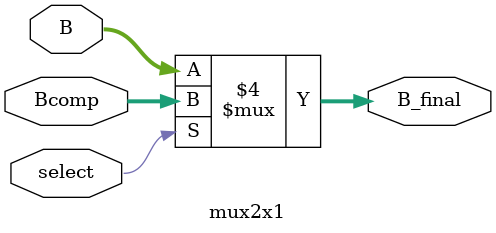
<source format=v>
module mux2x1 (B_final, select, B, Bcomp);
//2x1 quadruible mux

input select;
input [3:0] B, Bcomp;
output [3:0] B_final;

reg [3:0] B_final;
always @ (select, B, Bcomp)
begin 
	if (select == 0)
		begin
			B_final = B;
		end 
	else
		begin 
			B_final = Bcomp;
		end
end

endmodule

</source>
